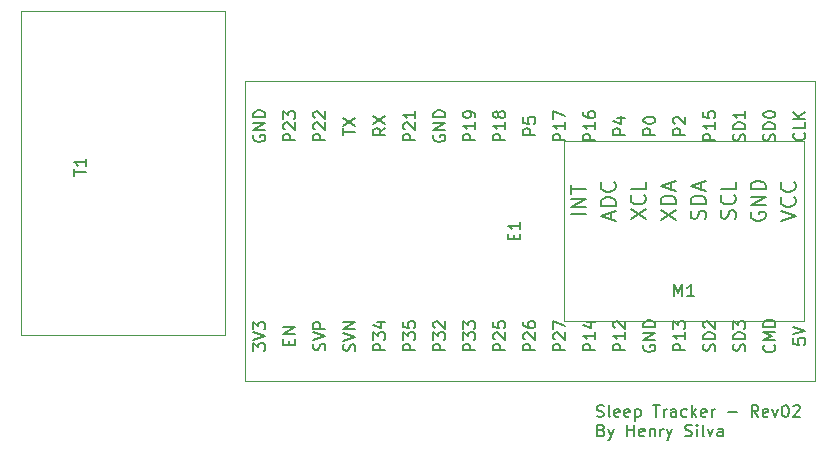
<source format=gbr>
G04 #@! TF.GenerationSoftware,KiCad,Pcbnew,(5.1.0)-1*
G04 #@! TF.CreationDate,2019-04-18T21:07:37-07:00*
G04 #@! TF.ProjectId,PCBv2,50434276-322e-46b6-9963-61645f706362,rev?*
G04 #@! TF.SameCoordinates,Original*
G04 #@! TF.FileFunction,Legend,Top*
G04 #@! TF.FilePolarity,Positive*
%FSLAX46Y46*%
G04 Gerber Fmt 4.6, Leading zero omitted, Abs format (unit mm)*
G04 Created by KiCad (PCBNEW (5.1.0)-1) date 2019-04-18 21:07:37*
%MOMM*%
%LPD*%
G04 APERTURE LIST*
%ADD10C,0.150000*%
%ADD11C,0.120000*%
G04 APERTURE END LIST*
D10*
X125287976Y-95079761D02*
X125430833Y-95127380D01*
X125668928Y-95127380D01*
X125764166Y-95079761D01*
X125811785Y-95032142D01*
X125859404Y-94936904D01*
X125859404Y-94841666D01*
X125811785Y-94746428D01*
X125764166Y-94698809D01*
X125668928Y-94651190D01*
X125478452Y-94603571D01*
X125383214Y-94555952D01*
X125335595Y-94508333D01*
X125287976Y-94413095D01*
X125287976Y-94317857D01*
X125335595Y-94222619D01*
X125383214Y-94175000D01*
X125478452Y-94127380D01*
X125716547Y-94127380D01*
X125859404Y-94175000D01*
X126430833Y-95127380D02*
X126335595Y-95079761D01*
X126287976Y-94984523D01*
X126287976Y-94127380D01*
X127192738Y-95079761D02*
X127097500Y-95127380D01*
X126907023Y-95127380D01*
X126811785Y-95079761D01*
X126764166Y-94984523D01*
X126764166Y-94603571D01*
X126811785Y-94508333D01*
X126907023Y-94460714D01*
X127097500Y-94460714D01*
X127192738Y-94508333D01*
X127240357Y-94603571D01*
X127240357Y-94698809D01*
X126764166Y-94794047D01*
X128049880Y-95079761D02*
X127954642Y-95127380D01*
X127764166Y-95127380D01*
X127668928Y-95079761D01*
X127621309Y-94984523D01*
X127621309Y-94603571D01*
X127668928Y-94508333D01*
X127764166Y-94460714D01*
X127954642Y-94460714D01*
X128049880Y-94508333D01*
X128097500Y-94603571D01*
X128097500Y-94698809D01*
X127621309Y-94794047D01*
X128526071Y-94460714D02*
X128526071Y-95460714D01*
X128526071Y-94508333D02*
X128621309Y-94460714D01*
X128811785Y-94460714D01*
X128907023Y-94508333D01*
X128954642Y-94555952D01*
X129002261Y-94651190D01*
X129002261Y-94936904D01*
X128954642Y-95032142D01*
X128907023Y-95079761D01*
X128811785Y-95127380D01*
X128621309Y-95127380D01*
X128526071Y-95079761D01*
X130049880Y-94127380D02*
X130621309Y-94127380D01*
X130335595Y-95127380D02*
X130335595Y-94127380D01*
X130954642Y-95127380D02*
X130954642Y-94460714D01*
X130954642Y-94651190D02*
X131002261Y-94555952D01*
X131049880Y-94508333D01*
X131145119Y-94460714D01*
X131240357Y-94460714D01*
X132002261Y-95127380D02*
X132002261Y-94603571D01*
X131954642Y-94508333D01*
X131859404Y-94460714D01*
X131668928Y-94460714D01*
X131573690Y-94508333D01*
X132002261Y-95079761D02*
X131907023Y-95127380D01*
X131668928Y-95127380D01*
X131573690Y-95079761D01*
X131526071Y-94984523D01*
X131526071Y-94889285D01*
X131573690Y-94794047D01*
X131668928Y-94746428D01*
X131907023Y-94746428D01*
X132002261Y-94698809D01*
X132907023Y-95079761D02*
X132811785Y-95127380D01*
X132621309Y-95127380D01*
X132526071Y-95079761D01*
X132478452Y-95032142D01*
X132430833Y-94936904D01*
X132430833Y-94651190D01*
X132478452Y-94555952D01*
X132526071Y-94508333D01*
X132621309Y-94460714D01*
X132811785Y-94460714D01*
X132907023Y-94508333D01*
X133335595Y-95127380D02*
X133335595Y-94127380D01*
X133430833Y-94746428D02*
X133716547Y-95127380D01*
X133716547Y-94460714D02*
X133335595Y-94841666D01*
X134526071Y-95079761D02*
X134430833Y-95127380D01*
X134240357Y-95127380D01*
X134145119Y-95079761D01*
X134097500Y-94984523D01*
X134097500Y-94603571D01*
X134145119Y-94508333D01*
X134240357Y-94460714D01*
X134430833Y-94460714D01*
X134526071Y-94508333D01*
X134573690Y-94603571D01*
X134573690Y-94698809D01*
X134097500Y-94794047D01*
X135002261Y-95127380D02*
X135002261Y-94460714D01*
X135002261Y-94651190D02*
X135049880Y-94555952D01*
X135097500Y-94508333D01*
X135192738Y-94460714D01*
X135287976Y-94460714D01*
X136383214Y-94746428D02*
X137145119Y-94746428D01*
X138954642Y-95127380D02*
X138621309Y-94651190D01*
X138383214Y-95127380D02*
X138383214Y-94127380D01*
X138764166Y-94127380D01*
X138859404Y-94175000D01*
X138907023Y-94222619D01*
X138954642Y-94317857D01*
X138954642Y-94460714D01*
X138907023Y-94555952D01*
X138859404Y-94603571D01*
X138764166Y-94651190D01*
X138383214Y-94651190D01*
X139764166Y-95079761D02*
X139668928Y-95127380D01*
X139478452Y-95127380D01*
X139383214Y-95079761D01*
X139335595Y-94984523D01*
X139335595Y-94603571D01*
X139383214Y-94508333D01*
X139478452Y-94460714D01*
X139668928Y-94460714D01*
X139764166Y-94508333D01*
X139811785Y-94603571D01*
X139811785Y-94698809D01*
X139335595Y-94794047D01*
X140145119Y-94460714D02*
X140383214Y-95127380D01*
X140621309Y-94460714D01*
X141192738Y-94127380D02*
X141287976Y-94127380D01*
X141383214Y-94175000D01*
X141430833Y-94222619D01*
X141478452Y-94317857D01*
X141526071Y-94508333D01*
X141526071Y-94746428D01*
X141478452Y-94936904D01*
X141430833Y-95032142D01*
X141383214Y-95079761D01*
X141287976Y-95127380D01*
X141192738Y-95127380D01*
X141097500Y-95079761D01*
X141049880Y-95032142D01*
X141002261Y-94936904D01*
X140954642Y-94746428D01*
X140954642Y-94508333D01*
X141002261Y-94317857D01*
X141049880Y-94222619D01*
X141097500Y-94175000D01*
X141192738Y-94127380D01*
X141907023Y-94222619D02*
X141954642Y-94175000D01*
X142049880Y-94127380D01*
X142287976Y-94127380D01*
X142383214Y-94175000D01*
X142430833Y-94222619D01*
X142478452Y-94317857D01*
X142478452Y-94413095D01*
X142430833Y-94555952D01*
X141859404Y-95127380D01*
X142478452Y-95127380D01*
X125668928Y-96253571D02*
X125811785Y-96301190D01*
X125859404Y-96348809D01*
X125907023Y-96444047D01*
X125907023Y-96586904D01*
X125859404Y-96682142D01*
X125811785Y-96729761D01*
X125716547Y-96777380D01*
X125335595Y-96777380D01*
X125335595Y-95777380D01*
X125668928Y-95777380D01*
X125764166Y-95825000D01*
X125811785Y-95872619D01*
X125859404Y-95967857D01*
X125859404Y-96063095D01*
X125811785Y-96158333D01*
X125764166Y-96205952D01*
X125668928Y-96253571D01*
X125335595Y-96253571D01*
X126240357Y-96110714D02*
X126478452Y-96777380D01*
X126716547Y-96110714D02*
X126478452Y-96777380D01*
X126383214Y-97015476D01*
X126335595Y-97063095D01*
X126240357Y-97110714D01*
X127859404Y-96777380D02*
X127859404Y-95777380D01*
X127859404Y-96253571D02*
X128430833Y-96253571D01*
X128430833Y-96777380D02*
X128430833Y-95777380D01*
X129287976Y-96729761D02*
X129192738Y-96777380D01*
X129002261Y-96777380D01*
X128907023Y-96729761D01*
X128859404Y-96634523D01*
X128859404Y-96253571D01*
X128907023Y-96158333D01*
X129002261Y-96110714D01*
X129192738Y-96110714D01*
X129287976Y-96158333D01*
X129335595Y-96253571D01*
X129335595Y-96348809D01*
X128859404Y-96444047D01*
X129764166Y-96110714D02*
X129764166Y-96777380D01*
X129764166Y-96205952D02*
X129811785Y-96158333D01*
X129907023Y-96110714D01*
X130049880Y-96110714D01*
X130145119Y-96158333D01*
X130192738Y-96253571D01*
X130192738Y-96777380D01*
X130668928Y-96777380D02*
X130668928Y-96110714D01*
X130668928Y-96301190D02*
X130716547Y-96205952D01*
X130764166Y-96158333D01*
X130859404Y-96110714D01*
X130954642Y-96110714D01*
X131192738Y-96110714D02*
X131430833Y-96777380D01*
X131668928Y-96110714D02*
X131430833Y-96777380D01*
X131335595Y-97015476D01*
X131287976Y-97063095D01*
X131192738Y-97110714D01*
X132764166Y-96729761D02*
X132907023Y-96777380D01*
X133145119Y-96777380D01*
X133240357Y-96729761D01*
X133287976Y-96682142D01*
X133335595Y-96586904D01*
X133335595Y-96491666D01*
X133287976Y-96396428D01*
X133240357Y-96348809D01*
X133145119Y-96301190D01*
X132954642Y-96253571D01*
X132859404Y-96205952D01*
X132811785Y-96158333D01*
X132764166Y-96063095D01*
X132764166Y-95967857D01*
X132811785Y-95872619D01*
X132859404Y-95825000D01*
X132954642Y-95777380D01*
X133192738Y-95777380D01*
X133335595Y-95825000D01*
X133764166Y-96777380D02*
X133764166Y-96110714D01*
X133764166Y-95777380D02*
X133716547Y-95825000D01*
X133764166Y-95872619D01*
X133811785Y-95825000D01*
X133764166Y-95777380D01*
X133764166Y-95872619D01*
X134383214Y-96777380D02*
X134287976Y-96729761D01*
X134240357Y-96634523D01*
X134240357Y-95777380D01*
X134668928Y-96110714D02*
X134907023Y-96777380D01*
X135145119Y-96110714D01*
X135954642Y-96777380D02*
X135954642Y-96253571D01*
X135907023Y-96158333D01*
X135811785Y-96110714D01*
X135621309Y-96110714D01*
X135526071Y-96158333D01*
X135954642Y-96729761D02*
X135859404Y-96777380D01*
X135621309Y-96777380D01*
X135526071Y-96729761D01*
X135478452Y-96634523D01*
X135478452Y-96539285D01*
X135526071Y-96444047D01*
X135621309Y-96396428D01*
X135859404Y-96396428D01*
X135954642Y-96348809D01*
D11*
X143750000Y-92100000D02*
X143750000Y-66700000D01*
X143750000Y-66700000D02*
X95490000Y-66700000D01*
X95490000Y-66700000D02*
X95490000Y-92100000D01*
X95490000Y-92100000D02*
X143750000Y-92100000D01*
X122500000Y-71760000D02*
X122500000Y-87000000D01*
X142820000Y-71760000D02*
X122500000Y-71760000D01*
X142820000Y-87000000D02*
X142820000Y-71760000D01*
X122500000Y-87000000D02*
X142820000Y-87000000D01*
X93772000Y-60750000D02*
X76500000Y-60750000D01*
X93772000Y-88182000D02*
X93772000Y-60750000D01*
X76500000Y-88182000D02*
X93772000Y-88182000D01*
X76500000Y-60750000D02*
X76500000Y-88182000D01*
D10*
X118278571Y-80090476D02*
X118278571Y-79757142D01*
X118802380Y-79614285D02*
X118802380Y-80090476D01*
X117802380Y-80090476D01*
X117802380Y-79614285D01*
X118802380Y-78661904D02*
X118802380Y-79233333D01*
X118802380Y-78947619D02*
X117802380Y-78947619D01*
X117945238Y-79042857D01*
X118040476Y-79138095D01*
X118088095Y-79233333D01*
X96212380Y-89528095D02*
X96212380Y-88909047D01*
X96593333Y-89242380D01*
X96593333Y-89099523D01*
X96640952Y-89004285D01*
X96688571Y-88956666D01*
X96783809Y-88909047D01*
X97021904Y-88909047D01*
X97117142Y-88956666D01*
X97164761Y-89004285D01*
X97212380Y-89099523D01*
X97212380Y-89385238D01*
X97164761Y-89480476D01*
X97117142Y-89528095D01*
X96212380Y-88623333D02*
X97212380Y-88290000D01*
X96212380Y-87956666D01*
X96212380Y-87718571D02*
X96212380Y-87099523D01*
X96593333Y-87432857D01*
X96593333Y-87290000D01*
X96640952Y-87194761D01*
X96688571Y-87147142D01*
X96783809Y-87099523D01*
X97021904Y-87099523D01*
X97117142Y-87147142D01*
X97164761Y-87194761D01*
X97212380Y-87290000D01*
X97212380Y-87575714D01*
X97164761Y-87670952D01*
X97117142Y-87718571D01*
X99228571Y-89028095D02*
X99228571Y-88694761D01*
X99752380Y-88551904D02*
X99752380Y-89028095D01*
X98752380Y-89028095D01*
X98752380Y-88551904D01*
X99752380Y-88123333D02*
X98752380Y-88123333D01*
X99752380Y-87551904D01*
X98752380Y-87551904D01*
X102244761Y-89504285D02*
X102292380Y-89361428D01*
X102292380Y-89123333D01*
X102244761Y-89028095D01*
X102197142Y-88980476D01*
X102101904Y-88932857D01*
X102006666Y-88932857D01*
X101911428Y-88980476D01*
X101863809Y-89028095D01*
X101816190Y-89123333D01*
X101768571Y-89313809D01*
X101720952Y-89409047D01*
X101673333Y-89456666D01*
X101578095Y-89504285D01*
X101482857Y-89504285D01*
X101387619Y-89456666D01*
X101340000Y-89409047D01*
X101292380Y-89313809D01*
X101292380Y-89075714D01*
X101340000Y-88932857D01*
X101292380Y-88647142D02*
X102292380Y-88313809D01*
X101292380Y-87980476D01*
X102292380Y-87647142D02*
X101292380Y-87647142D01*
X101292380Y-87266190D01*
X101340000Y-87170952D01*
X101387619Y-87123333D01*
X101482857Y-87075714D01*
X101625714Y-87075714D01*
X101720952Y-87123333D01*
X101768571Y-87170952D01*
X101816190Y-87266190D01*
X101816190Y-87647142D01*
X104784761Y-89528095D02*
X104832380Y-89385238D01*
X104832380Y-89147142D01*
X104784761Y-89051904D01*
X104737142Y-89004285D01*
X104641904Y-88956666D01*
X104546666Y-88956666D01*
X104451428Y-89004285D01*
X104403809Y-89051904D01*
X104356190Y-89147142D01*
X104308571Y-89337619D01*
X104260952Y-89432857D01*
X104213333Y-89480476D01*
X104118095Y-89528095D01*
X104022857Y-89528095D01*
X103927619Y-89480476D01*
X103880000Y-89432857D01*
X103832380Y-89337619D01*
X103832380Y-89099523D01*
X103880000Y-88956666D01*
X103832380Y-88670952D02*
X104832380Y-88337619D01*
X103832380Y-88004285D01*
X104832380Y-87670952D02*
X103832380Y-87670952D01*
X104832380Y-87099523D01*
X103832380Y-87099523D01*
X107372380Y-89504285D02*
X106372380Y-89504285D01*
X106372380Y-89123333D01*
X106420000Y-89028095D01*
X106467619Y-88980476D01*
X106562857Y-88932857D01*
X106705714Y-88932857D01*
X106800952Y-88980476D01*
X106848571Y-89028095D01*
X106896190Y-89123333D01*
X106896190Y-89504285D01*
X106372380Y-88599523D02*
X106372380Y-87980476D01*
X106753333Y-88313809D01*
X106753333Y-88170952D01*
X106800952Y-88075714D01*
X106848571Y-88028095D01*
X106943809Y-87980476D01*
X107181904Y-87980476D01*
X107277142Y-88028095D01*
X107324761Y-88075714D01*
X107372380Y-88170952D01*
X107372380Y-88456666D01*
X107324761Y-88551904D01*
X107277142Y-88599523D01*
X106705714Y-87123333D02*
X107372380Y-87123333D01*
X106324761Y-87361428D02*
X107039047Y-87599523D01*
X107039047Y-86980476D01*
X109912380Y-89504285D02*
X108912380Y-89504285D01*
X108912380Y-89123333D01*
X108960000Y-89028095D01*
X109007619Y-88980476D01*
X109102857Y-88932857D01*
X109245714Y-88932857D01*
X109340952Y-88980476D01*
X109388571Y-89028095D01*
X109436190Y-89123333D01*
X109436190Y-89504285D01*
X108912380Y-88599523D02*
X108912380Y-87980476D01*
X109293333Y-88313809D01*
X109293333Y-88170952D01*
X109340952Y-88075714D01*
X109388571Y-88028095D01*
X109483809Y-87980476D01*
X109721904Y-87980476D01*
X109817142Y-88028095D01*
X109864761Y-88075714D01*
X109912380Y-88170952D01*
X109912380Y-88456666D01*
X109864761Y-88551904D01*
X109817142Y-88599523D01*
X108912380Y-87075714D02*
X108912380Y-87551904D01*
X109388571Y-87599523D01*
X109340952Y-87551904D01*
X109293333Y-87456666D01*
X109293333Y-87218571D01*
X109340952Y-87123333D01*
X109388571Y-87075714D01*
X109483809Y-87028095D01*
X109721904Y-87028095D01*
X109817142Y-87075714D01*
X109864761Y-87123333D01*
X109912380Y-87218571D01*
X109912380Y-87456666D01*
X109864761Y-87551904D01*
X109817142Y-87599523D01*
X112452380Y-89504285D02*
X111452380Y-89504285D01*
X111452380Y-89123333D01*
X111500000Y-89028095D01*
X111547619Y-88980476D01*
X111642857Y-88932857D01*
X111785714Y-88932857D01*
X111880952Y-88980476D01*
X111928571Y-89028095D01*
X111976190Y-89123333D01*
X111976190Y-89504285D01*
X111452380Y-88599523D02*
X111452380Y-87980476D01*
X111833333Y-88313809D01*
X111833333Y-88170952D01*
X111880952Y-88075714D01*
X111928571Y-88028095D01*
X112023809Y-87980476D01*
X112261904Y-87980476D01*
X112357142Y-88028095D01*
X112404761Y-88075714D01*
X112452380Y-88170952D01*
X112452380Y-88456666D01*
X112404761Y-88551904D01*
X112357142Y-88599523D01*
X111547619Y-87599523D02*
X111500000Y-87551904D01*
X111452380Y-87456666D01*
X111452380Y-87218571D01*
X111500000Y-87123333D01*
X111547619Y-87075714D01*
X111642857Y-87028095D01*
X111738095Y-87028095D01*
X111880952Y-87075714D01*
X112452380Y-87647142D01*
X112452380Y-87028095D01*
X114992380Y-89504285D02*
X113992380Y-89504285D01*
X113992380Y-89123333D01*
X114040000Y-89028095D01*
X114087619Y-88980476D01*
X114182857Y-88932857D01*
X114325714Y-88932857D01*
X114420952Y-88980476D01*
X114468571Y-89028095D01*
X114516190Y-89123333D01*
X114516190Y-89504285D01*
X113992380Y-88599523D02*
X113992380Y-87980476D01*
X114373333Y-88313809D01*
X114373333Y-88170952D01*
X114420952Y-88075714D01*
X114468571Y-88028095D01*
X114563809Y-87980476D01*
X114801904Y-87980476D01*
X114897142Y-88028095D01*
X114944761Y-88075714D01*
X114992380Y-88170952D01*
X114992380Y-88456666D01*
X114944761Y-88551904D01*
X114897142Y-88599523D01*
X113992380Y-87647142D02*
X113992380Y-87028095D01*
X114373333Y-87361428D01*
X114373333Y-87218571D01*
X114420952Y-87123333D01*
X114468571Y-87075714D01*
X114563809Y-87028095D01*
X114801904Y-87028095D01*
X114897142Y-87075714D01*
X114944761Y-87123333D01*
X114992380Y-87218571D01*
X114992380Y-87504285D01*
X114944761Y-87599523D01*
X114897142Y-87647142D01*
X117532380Y-89504285D02*
X116532380Y-89504285D01*
X116532380Y-89123333D01*
X116580000Y-89028095D01*
X116627619Y-88980476D01*
X116722857Y-88932857D01*
X116865714Y-88932857D01*
X116960952Y-88980476D01*
X117008571Y-89028095D01*
X117056190Y-89123333D01*
X117056190Y-89504285D01*
X116627619Y-88551904D02*
X116580000Y-88504285D01*
X116532380Y-88409047D01*
X116532380Y-88170952D01*
X116580000Y-88075714D01*
X116627619Y-88028095D01*
X116722857Y-87980476D01*
X116818095Y-87980476D01*
X116960952Y-88028095D01*
X117532380Y-88599523D01*
X117532380Y-87980476D01*
X116532380Y-87075714D02*
X116532380Y-87551904D01*
X117008571Y-87599523D01*
X116960952Y-87551904D01*
X116913333Y-87456666D01*
X116913333Y-87218571D01*
X116960952Y-87123333D01*
X117008571Y-87075714D01*
X117103809Y-87028095D01*
X117341904Y-87028095D01*
X117437142Y-87075714D01*
X117484761Y-87123333D01*
X117532380Y-87218571D01*
X117532380Y-87456666D01*
X117484761Y-87551904D01*
X117437142Y-87599523D01*
X120072380Y-89504285D02*
X119072380Y-89504285D01*
X119072380Y-89123333D01*
X119120000Y-89028095D01*
X119167619Y-88980476D01*
X119262857Y-88932857D01*
X119405714Y-88932857D01*
X119500952Y-88980476D01*
X119548571Y-89028095D01*
X119596190Y-89123333D01*
X119596190Y-89504285D01*
X119167619Y-88551904D02*
X119120000Y-88504285D01*
X119072380Y-88409047D01*
X119072380Y-88170952D01*
X119120000Y-88075714D01*
X119167619Y-88028095D01*
X119262857Y-87980476D01*
X119358095Y-87980476D01*
X119500952Y-88028095D01*
X120072380Y-88599523D01*
X120072380Y-87980476D01*
X119072380Y-87123333D02*
X119072380Y-87313809D01*
X119120000Y-87409047D01*
X119167619Y-87456666D01*
X119310476Y-87551904D01*
X119500952Y-87599523D01*
X119881904Y-87599523D01*
X119977142Y-87551904D01*
X120024761Y-87504285D01*
X120072380Y-87409047D01*
X120072380Y-87218571D01*
X120024761Y-87123333D01*
X119977142Y-87075714D01*
X119881904Y-87028095D01*
X119643809Y-87028095D01*
X119548571Y-87075714D01*
X119500952Y-87123333D01*
X119453333Y-87218571D01*
X119453333Y-87409047D01*
X119500952Y-87504285D01*
X119548571Y-87551904D01*
X119643809Y-87599523D01*
X122612380Y-89504285D02*
X121612380Y-89504285D01*
X121612380Y-89123333D01*
X121660000Y-89028095D01*
X121707619Y-88980476D01*
X121802857Y-88932857D01*
X121945714Y-88932857D01*
X122040952Y-88980476D01*
X122088571Y-89028095D01*
X122136190Y-89123333D01*
X122136190Y-89504285D01*
X121707619Y-88551904D02*
X121660000Y-88504285D01*
X121612380Y-88409047D01*
X121612380Y-88170952D01*
X121660000Y-88075714D01*
X121707619Y-88028095D01*
X121802857Y-87980476D01*
X121898095Y-87980476D01*
X122040952Y-88028095D01*
X122612380Y-88599523D01*
X122612380Y-87980476D01*
X121612380Y-87647142D02*
X121612380Y-86980476D01*
X122612380Y-87409047D01*
X125152380Y-89504285D02*
X124152380Y-89504285D01*
X124152380Y-89123333D01*
X124200000Y-89028095D01*
X124247619Y-88980476D01*
X124342857Y-88932857D01*
X124485714Y-88932857D01*
X124580952Y-88980476D01*
X124628571Y-89028095D01*
X124676190Y-89123333D01*
X124676190Y-89504285D01*
X125152380Y-87980476D02*
X125152380Y-88551904D01*
X125152380Y-88266190D02*
X124152380Y-88266190D01*
X124295238Y-88361428D01*
X124390476Y-88456666D01*
X124438095Y-88551904D01*
X124485714Y-87123333D02*
X125152380Y-87123333D01*
X124104761Y-87361428D02*
X124819047Y-87599523D01*
X124819047Y-86980476D01*
X127692380Y-89504285D02*
X126692380Y-89504285D01*
X126692380Y-89123333D01*
X126740000Y-89028095D01*
X126787619Y-88980476D01*
X126882857Y-88932857D01*
X127025714Y-88932857D01*
X127120952Y-88980476D01*
X127168571Y-89028095D01*
X127216190Y-89123333D01*
X127216190Y-89504285D01*
X127692380Y-87980476D02*
X127692380Y-88551904D01*
X127692380Y-88266190D02*
X126692380Y-88266190D01*
X126835238Y-88361428D01*
X126930476Y-88456666D01*
X126978095Y-88551904D01*
X126787619Y-87599523D02*
X126740000Y-87551904D01*
X126692380Y-87456666D01*
X126692380Y-87218571D01*
X126740000Y-87123333D01*
X126787619Y-87075714D01*
X126882857Y-87028095D01*
X126978095Y-87028095D01*
X127120952Y-87075714D01*
X127692380Y-87647142D01*
X127692380Y-87028095D01*
X129280000Y-89051904D02*
X129232380Y-89147142D01*
X129232380Y-89290000D01*
X129280000Y-89432857D01*
X129375238Y-89528095D01*
X129470476Y-89575714D01*
X129660952Y-89623333D01*
X129803809Y-89623333D01*
X129994285Y-89575714D01*
X130089523Y-89528095D01*
X130184761Y-89432857D01*
X130232380Y-89290000D01*
X130232380Y-89194761D01*
X130184761Y-89051904D01*
X130137142Y-89004285D01*
X129803809Y-89004285D01*
X129803809Y-89194761D01*
X130232380Y-88575714D02*
X129232380Y-88575714D01*
X130232380Y-88004285D01*
X129232380Y-88004285D01*
X130232380Y-87528095D02*
X129232380Y-87528095D01*
X129232380Y-87290000D01*
X129280000Y-87147142D01*
X129375238Y-87051904D01*
X129470476Y-87004285D01*
X129660952Y-86956666D01*
X129803809Y-86956666D01*
X129994285Y-87004285D01*
X130089523Y-87051904D01*
X130184761Y-87147142D01*
X130232380Y-87290000D01*
X130232380Y-87528095D01*
X132772380Y-89504285D02*
X131772380Y-89504285D01*
X131772380Y-89123333D01*
X131820000Y-89028095D01*
X131867619Y-88980476D01*
X131962857Y-88932857D01*
X132105714Y-88932857D01*
X132200952Y-88980476D01*
X132248571Y-89028095D01*
X132296190Y-89123333D01*
X132296190Y-89504285D01*
X132772380Y-87980476D02*
X132772380Y-88551904D01*
X132772380Y-88266190D02*
X131772380Y-88266190D01*
X131915238Y-88361428D01*
X132010476Y-88456666D01*
X132058095Y-88551904D01*
X131772380Y-87647142D02*
X131772380Y-87028095D01*
X132153333Y-87361428D01*
X132153333Y-87218571D01*
X132200952Y-87123333D01*
X132248571Y-87075714D01*
X132343809Y-87028095D01*
X132581904Y-87028095D01*
X132677142Y-87075714D01*
X132724761Y-87123333D01*
X132772380Y-87218571D01*
X132772380Y-87504285D01*
X132724761Y-87599523D01*
X132677142Y-87647142D01*
X135264761Y-89551904D02*
X135312380Y-89409047D01*
X135312380Y-89170952D01*
X135264761Y-89075714D01*
X135217142Y-89028095D01*
X135121904Y-88980476D01*
X135026666Y-88980476D01*
X134931428Y-89028095D01*
X134883809Y-89075714D01*
X134836190Y-89170952D01*
X134788571Y-89361428D01*
X134740952Y-89456666D01*
X134693333Y-89504285D01*
X134598095Y-89551904D01*
X134502857Y-89551904D01*
X134407619Y-89504285D01*
X134360000Y-89456666D01*
X134312380Y-89361428D01*
X134312380Y-89123333D01*
X134360000Y-88980476D01*
X135312380Y-88551904D02*
X134312380Y-88551904D01*
X134312380Y-88313809D01*
X134360000Y-88170952D01*
X134455238Y-88075714D01*
X134550476Y-88028095D01*
X134740952Y-87980476D01*
X134883809Y-87980476D01*
X135074285Y-88028095D01*
X135169523Y-88075714D01*
X135264761Y-88170952D01*
X135312380Y-88313809D01*
X135312380Y-88551904D01*
X134407619Y-87599523D02*
X134360000Y-87551904D01*
X134312380Y-87456666D01*
X134312380Y-87218571D01*
X134360000Y-87123333D01*
X134407619Y-87075714D01*
X134502857Y-87028095D01*
X134598095Y-87028095D01*
X134740952Y-87075714D01*
X135312380Y-87647142D01*
X135312380Y-87028095D01*
X137804761Y-89551904D02*
X137852380Y-89409047D01*
X137852380Y-89170952D01*
X137804761Y-89075714D01*
X137757142Y-89028095D01*
X137661904Y-88980476D01*
X137566666Y-88980476D01*
X137471428Y-89028095D01*
X137423809Y-89075714D01*
X137376190Y-89170952D01*
X137328571Y-89361428D01*
X137280952Y-89456666D01*
X137233333Y-89504285D01*
X137138095Y-89551904D01*
X137042857Y-89551904D01*
X136947619Y-89504285D01*
X136900000Y-89456666D01*
X136852380Y-89361428D01*
X136852380Y-89123333D01*
X136900000Y-88980476D01*
X137852380Y-88551904D02*
X136852380Y-88551904D01*
X136852380Y-88313809D01*
X136900000Y-88170952D01*
X136995238Y-88075714D01*
X137090476Y-88028095D01*
X137280952Y-87980476D01*
X137423809Y-87980476D01*
X137614285Y-88028095D01*
X137709523Y-88075714D01*
X137804761Y-88170952D01*
X137852380Y-88313809D01*
X137852380Y-88551904D01*
X136852380Y-87647142D02*
X136852380Y-87028095D01*
X137233333Y-87361428D01*
X137233333Y-87218571D01*
X137280952Y-87123333D01*
X137328571Y-87075714D01*
X137423809Y-87028095D01*
X137661904Y-87028095D01*
X137757142Y-87075714D01*
X137804761Y-87123333D01*
X137852380Y-87218571D01*
X137852380Y-87504285D01*
X137804761Y-87599523D01*
X137757142Y-87647142D01*
X140297142Y-89051904D02*
X140344761Y-89099523D01*
X140392380Y-89242380D01*
X140392380Y-89337619D01*
X140344761Y-89480476D01*
X140249523Y-89575714D01*
X140154285Y-89623333D01*
X139963809Y-89670952D01*
X139820952Y-89670952D01*
X139630476Y-89623333D01*
X139535238Y-89575714D01*
X139440000Y-89480476D01*
X139392380Y-89337619D01*
X139392380Y-89242380D01*
X139440000Y-89099523D01*
X139487619Y-89051904D01*
X140392380Y-88623333D02*
X139392380Y-88623333D01*
X140106666Y-88290000D01*
X139392380Y-87956666D01*
X140392380Y-87956666D01*
X140392380Y-87480476D02*
X139392380Y-87480476D01*
X139392380Y-87242380D01*
X139440000Y-87099523D01*
X139535238Y-87004285D01*
X139630476Y-86956666D01*
X139820952Y-86909047D01*
X139963809Y-86909047D01*
X140154285Y-86956666D01*
X140249523Y-87004285D01*
X140344761Y-87099523D01*
X140392380Y-87242380D01*
X140392380Y-87480476D01*
X141932380Y-88480476D02*
X141932380Y-88956666D01*
X142408571Y-89004285D01*
X142360952Y-88956666D01*
X142313333Y-88861428D01*
X142313333Y-88623333D01*
X142360952Y-88528095D01*
X142408571Y-88480476D01*
X142503809Y-88432857D01*
X142741904Y-88432857D01*
X142837142Y-88480476D01*
X142884761Y-88528095D01*
X142932380Y-88623333D01*
X142932380Y-88861428D01*
X142884761Y-88956666D01*
X142837142Y-89004285D01*
X141932380Y-88147142D02*
X142932380Y-87813809D01*
X141932380Y-87480476D01*
X142837142Y-71105238D02*
X142884761Y-71152857D01*
X142932380Y-71295714D01*
X142932380Y-71390952D01*
X142884761Y-71533809D01*
X142789523Y-71629047D01*
X142694285Y-71676666D01*
X142503809Y-71724285D01*
X142360952Y-71724285D01*
X142170476Y-71676666D01*
X142075238Y-71629047D01*
X141980000Y-71533809D01*
X141932380Y-71390952D01*
X141932380Y-71295714D01*
X141980000Y-71152857D01*
X142027619Y-71105238D01*
X142932380Y-70200476D02*
X142932380Y-70676666D01*
X141932380Y-70676666D01*
X142932380Y-69867142D02*
X141932380Y-69867142D01*
X142932380Y-69295714D02*
X142360952Y-69724285D01*
X141932380Y-69295714D02*
X142503809Y-69867142D01*
X140344761Y-71771904D02*
X140392380Y-71629047D01*
X140392380Y-71390952D01*
X140344761Y-71295714D01*
X140297142Y-71248095D01*
X140201904Y-71200476D01*
X140106666Y-71200476D01*
X140011428Y-71248095D01*
X139963809Y-71295714D01*
X139916190Y-71390952D01*
X139868571Y-71581428D01*
X139820952Y-71676666D01*
X139773333Y-71724285D01*
X139678095Y-71771904D01*
X139582857Y-71771904D01*
X139487619Y-71724285D01*
X139440000Y-71676666D01*
X139392380Y-71581428D01*
X139392380Y-71343333D01*
X139440000Y-71200476D01*
X140392380Y-70771904D02*
X139392380Y-70771904D01*
X139392380Y-70533809D01*
X139440000Y-70390952D01*
X139535238Y-70295714D01*
X139630476Y-70248095D01*
X139820952Y-70200476D01*
X139963809Y-70200476D01*
X140154285Y-70248095D01*
X140249523Y-70295714D01*
X140344761Y-70390952D01*
X140392380Y-70533809D01*
X140392380Y-70771904D01*
X139392380Y-69581428D02*
X139392380Y-69486190D01*
X139440000Y-69390952D01*
X139487619Y-69343333D01*
X139582857Y-69295714D01*
X139773333Y-69248095D01*
X140011428Y-69248095D01*
X140201904Y-69295714D01*
X140297142Y-69343333D01*
X140344761Y-69390952D01*
X140392380Y-69486190D01*
X140392380Y-69581428D01*
X140344761Y-69676666D01*
X140297142Y-69724285D01*
X140201904Y-69771904D01*
X140011428Y-69819523D01*
X139773333Y-69819523D01*
X139582857Y-69771904D01*
X139487619Y-69724285D01*
X139440000Y-69676666D01*
X139392380Y-69581428D01*
X137804761Y-71771904D02*
X137852380Y-71629047D01*
X137852380Y-71390952D01*
X137804761Y-71295714D01*
X137757142Y-71248095D01*
X137661904Y-71200476D01*
X137566666Y-71200476D01*
X137471428Y-71248095D01*
X137423809Y-71295714D01*
X137376190Y-71390952D01*
X137328571Y-71581428D01*
X137280952Y-71676666D01*
X137233333Y-71724285D01*
X137138095Y-71771904D01*
X137042857Y-71771904D01*
X136947619Y-71724285D01*
X136900000Y-71676666D01*
X136852380Y-71581428D01*
X136852380Y-71343333D01*
X136900000Y-71200476D01*
X137852380Y-70771904D02*
X136852380Y-70771904D01*
X136852380Y-70533809D01*
X136900000Y-70390952D01*
X136995238Y-70295714D01*
X137090476Y-70248095D01*
X137280952Y-70200476D01*
X137423809Y-70200476D01*
X137614285Y-70248095D01*
X137709523Y-70295714D01*
X137804761Y-70390952D01*
X137852380Y-70533809D01*
X137852380Y-70771904D01*
X137852380Y-69248095D02*
X137852380Y-69819523D01*
X137852380Y-69533809D02*
X136852380Y-69533809D01*
X136995238Y-69629047D01*
X137090476Y-69724285D01*
X137138095Y-69819523D01*
X135312380Y-71724285D02*
X134312380Y-71724285D01*
X134312380Y-71343333D01*
X134360000Y-71248095D01*
X134407619Y-71200476D01*
X134502857Y-71152857D01*
X134645714Y-71152857D01*
X134740952Y-71200476D01*
X134788571Y-71248095D01*
X134836190Y-71343333D01*
X134836190Y-71724285D01*
X135312380Y-70200476D02*
X135312380Y-70771904D01*
X135312380Y-70486190D02*
X134312380Y-70486190D01*
X134455238Y-70581428D01*
X134550476Y-70676666D01*
X134598095Y-70771904D01*
X134312380Y-69295714D02*
X134312380Y-69771904D01*
X134788571Y-69819523D01*
X134740952Y-69771904D01*
X134693333Y-69676666D01*
X134693333Y-69438571D01*
X134740952Y-69343333D01*
X134788571Y-69295714D01*
X134883809Y-69248095D01*
X135121904Y-69248095D01*
X135217142Y-69295714D01*
X135264761Y-69343333D01*
X135312380Y-69438571D01*
X135312380Y-69676666D01*
X135264761Y-69771904D01*
X135217142Y-69819523D01*
X132772380Y-71248095D02*
X131772380Y-71248095D01*
X131772380Y-70867142D01*
X131820000Y-70771904D01*
X131867619Y-70724285D01*
X131962857Y-70676666D01*
X132105714Y-70676666D01*
X132200952Y-70724285D01*
X132248571Y-70771904D01*
X132296190Y-70867142D01*
X132296190Y-71248095D01*
X131867619Y-70295714D02*
X131820000Y-70248095D01*
X131772380Y-70152857D01*
X131772380Y-69914761D01*
X131820000Y-69819523D01*
X131867619Y-69771904D01*
X131962857Y-69724285D01*
X132058095Y-69724285D01*
X132200952Y-69771904D01*
X132772380Y-70343333D01*
X132772380Y-69724285D01*
X130232380Y-71248095D02*
X129232380Y-71248095D01*
X129232380Y-70867142D01*
X129280000Y-70771904D01*
X129327619Y-70724285D01*
X129422857Y-70676666D01*
X129565714Y-70676666D01*
X129660952Y-70724285D01*
X129708571Y-70771904D01*
X129756190Y-70867142D01*
X129756190Y-71248095D01*
X129232380Y-70057619D02*
X129232380Y-69962380D01*
X129280000Y-69867142D01*
X129327619Y-69819523D01*
X129422857Y-69771904D01*
X129613333Y-69724285D01*
X129851428Y-69724285D01*
X130041904Y-69771904D01*
X130137142Y-69819523D01*
X130184761Y-69867142D01*
X130232380Y-69962380D01*
X130232380Y-70057619D01*
X130184761Y-70152857D01*
X130137142Y-70200476D01*
X130041904Y-70248095D01*
X129851428Y-70295714D01*
X129613333Y-70295714D01*
X129422857Y-70248095D01*
X129327619Y-70200476D01*
X129280000Y-70152857D01*
X129232380Y-70057619D01*
X127692380Y-71248095D02*
X126692380Y-71248095D01*
X126692380Y-70867142D01*
X126740000Y-70771904D01*
X126787619Y-70724285D01*
X126882857Y-70676666D01*
X127025714Y-70676666D01*
X127120952Y-70724285D01*
X127168571Y-70771904D01*
X127216190Y-70867142D01*
X127216190Y-71248095D01*
X127025714Y-69819523D02*
X127692380Y-69819523D01*
X126644761Y-70057619D02*
X127359047Y-70295714D01*
X127359047Y-69676666D01*
X125152380Y-71724285D02*
X124152380Y-71724285D01*
X124152380Y-71343333D01*
X124200000Y-71248095D01*
X124247619Y-71200476D01*
X124342857Y-71152857D01*
X124485714Y-71152857D01*
X124580952Y-71200476D01*
X124628571Y-71248095D01*
X124676190Y-71343333D01*
X124676190Y-71724285D01*
X125152380Y-70200476D02*
X125152380Y-70771904D01*
X125152380Y-70486190D02*
X124152380Y-70486190D01*
X124295238Y-70581428D01*
X124390476Y-70676666D01*
X124438095Y-70771904D01*
X124152380Y-69343333D02*
X124152380Y-69533809D01*
X124200000Y-69629047D01*
X124247619Y-69676666D01*
X124390476Y-69771904D01*
X124580952Y-69819523D01*
X124961904Y-69819523D01*
X125057142Y-69771904D01*
X125104761Y-69724285D01*
X125152380Y-69629047D01*
X125152380Y-69438571D01*
X125104761Y-69343333D01*
X125057142Y-69295714D01*
X124961904Y-69248095D01*
X124723809Y-69248095D01*
X124628571Y-69295714D01*
X124580952Y-69343333D01*
X124533333Y-69438571D01*
X124533333Y-69629047D01*
X124580952Y-69724285D01*
X124628571Y-69771904D01*
X124723809Y-69819523D01*
X122612380Y-71724285D02*
X121612380Y-71724285D01*
X121612380Y-71343333D01*
X121660000Y-71248095D01*
X121707619Y-71200476D01*
X121802857Y-71152857D01*
X121945714Y-71152857D01*
X122040952Y-71200476D01*
X122088571Y-71248095D01*
X122136190Y-71343333D01*
X122136190Y-71724285D01*
X122612380Y-70200476D02*
X122612380Y-70771904D01*
X122612380Y-70486190D02*
X121612380Y-70486190D01*
X121755238Y-70581428D01*
X121850476Y-70676666D01*
X121898095Y-70771904D01*
X121612380Y-69867142D02*
X121612380Y-69200476D01*
X122612380Y-69629047D01*
X120072380Y-71248095D02*
X119072380Y-71248095D01*
X119072380Y-70867142D01*
X119120000Y-70771904D01*
X119167619Y-70724285D01*
X119262857Y-70676666D01*
X119405714Y-70676666D01*
X119500952Y-70724285D01*
X119548571Y-70771904D01*
X119596190Y-70867142D01*
X119596190Y-71248095D01*
X119072380Y-69771904D02*
X119072380Y-70248095D01*
X119548571Y-70295714D01*
X119500952Y-70248095D01*
X119453333Y-70152857D01*
X119453333Y-69914761D01*
X119500952Y-69819523D01*
X119548571Y-69771904D01*
X119643809Y-69724285D01*
X119881904Y-69724285D01*
X119977142Y-69771904D01*
X120024761Y-69819523D01*
X120072380Y-69914761D01*
X120072380Y-70152857D01*
X120024761Y-70248095D01*
X119977142Y-70295714D01*
X117532380Y-71724285D02*
X116532380Y-71724285D01*
X116532380Y-71343333D01*
X116580000Y-71248095D01*
X116627619Y-71200476D01*
X116722857Y-71152857D01*
X116865714Y-71152857D01*
X116960952Y-71200476D01*
X117008571Y-71248095D01*
X117056190Y-71343333D01*
X117056190Y-71724285D01*
X117532380Y-70200476D02*
X117532380Y-70771904D01*
X117532380Y-70486190D02*
X116532380Y-70486190D01*
X116675238Y-70581428D01*
X116770476Y-70676666D01*
X116818095Y-70771904D01*
X116960952Y-69629047D02*
X116913333Y-69724285D01*
X116865714Y-69771904D01*
X116770476Y-69819523D01*
X116722857Y-69819523D01*
X116627619Y-69771904D01*
X116580000Y-69724285D01*
X116532380Y-69629047D01*
X116532380Y-69438571D01*
X116580000Y-69343333D01*
X116627619Y-69295714D01*
X116722857Y-69248095D01*
X116770476Y-69248095D01*
X116865714Y-69295714D01*
X116913333Y-69343333D01*
X116960952Y-69438571D01*
X116960952Y-69629047D01*
X117008571Y-69724285D01*
X117056190Y-69771904D01*
X117151428Y-69819523D01*
X117341904Y-69819523D01*
X117437142Y-69771904D01*
X117484761Y-69724285D01*
X117532380Y-69629047D01*
X117532380Y-69438571D01*
X117484761Y-69343333D01*
X117437142Y-69295714D01*
X117341904Y-69248095D01*
X117151428Y-69248095D01*
X117056190Y-69295714D01*
X117008571Y-69343333D01*
X116960952Y-69438571D01*
X111500000Y-71271904D02*
X111452380Y-71367142D01*
X111452380Y-71510000D01*
X111500000Y-71652857D01*
X111595238Y-71748095D01*
X111690476Y-71795714D01*
X111880952Y-71843333D01*
X112023809Y-71843333D01*
X112214285Y-71795714D01*
X112309523Y-71748095D01*
X112404761Y-71652857D01*
X112452380Y-71510000D01*
X112452380Y-71414761D01*
X112404761Y-71271904D01*
X112357142Y-71224285D01*
X112023809Y-71224285D01*
X112023809Y-71414761D01*
X112452380Y-70795714D02*
X111452380Y-70795714D01*
X112452380Y-70224285D01*
X111452380Y-70224285D01*
X112452380Y-69748095D02*
X111452380Y-69748095D01*
X111452380Y-69510000D01*
X111500000Y-69367142D01*
X111595238Y-69271904D01*
X111690476Y-69224285D01*
X111880952Y-69176666D01*
X112023809Y-69176666D01*
X112214285Y-69224285D01*
X112309523Y-69271904D01*
X112404761Y-69367142D01*
X112452380Y-69510000D01*
X112452380Y-69748095D01*
X114992380Y-71724285D02*
X113992380Y-71724285D01*
X113992380Y-71343333D01*
X114040000Y-71248095D01*
X114087619Y-71200476D01*
X114182857Y-71152857D01*
X114325714Y-71152857D01*
X114420952Y-71200476D01*
X114468571Y-71248095D01*
X114516190Y-71343333D01*
X114516190Y-71724285D01*
X114992380Y-70200476D02*
X114992380Y-70771904D01*
X114992380Y-70486190D02*
X113992380Y-70486190D01*
X114135238Y-70581428D01*
X114230476Y-70676666D01*
X114278095Y-70771904D01*
X114992380Y-69724285D02*
X114992380Y-69533809D01*
X114944761Y-69438571D01*
X114897142Y-69390952D01*
X114754285Y-69295714D01*
X114563809Y-69248095D01*
X114182857Y-69248095D01*
X114087619Y-69295714D01*
X114040000Y-69343333D01*
X113992380Y-69438571D01*
X113992380Y-69629047D01*
X114040000Y-69724285D01*
X114087619Y-69771904D01*
X114182857Y-69819523D01*
X114420952Y-69819523D01*
X114516190Y-69771904D01*
X114563809Y-69724285D01*
X114611428Y-69629047D01*
X114611428Y-69438571D01*
X114563809Y-69343333D01*
X114516190Y-69295714D01*
X114420952Y-69248095D01*
X109912380Y-71724285D02*
X108912380Y-71724285D01*
X108912380Y-71343333D01*
X108960000Y-71248095D01*
X109007619Y-71200476D01*
X109102857Y-71152857D01*
X109245714Y-71152857D01*
X109340952Y-71200476D01*
X109388571Y-71248095D01*
X109436190Y-71343333D01*
X109436190Y-71724285D01*
X109007619Y-70771904D02*
X108960000Y-70724285D01*
X108912380Y-70629047D01*
X108912380Y-70390952D01*
X108960000Y-70295714D01*
X109007619Y-70248095D01*
X109102857Y-70200476D01*
X109198095Y-70200476D01*
X109340952Y-70248095D01*
X109912380Y-70819523D01*
X109912380Y-70200476D01*
X109912380Y-69248095D02*
X109912380Y-69819523D01*
X109912380Y-69533809D02*
X108912380Y-69533809D01*
X109055238Y-69629047D01*
X109150476Y-69724285D01*
X109198095Y-69819523D01*
X107372380Y-70676666D02*
X106896190Y-71010000D01*
X107372380Y-71248095D02*
X106372380Y-71248095D01*
X106372380Y-70867142D01*
X106420000Y-70771904D01*
X106467619Y-70724285D01*
X106562857Y-70676666D01*
X106705714Y-70676666D01*
X106800952Y-70724285D01*
X106848571Y-70771904D01*
X106896190Y-70867142D01*
X106896190Y-71248095D01*
X106372380Y-70343333D02*
X107372380Y-69676666D01*
X106372380Y-69676666D02*
X107372380Y-70343333D01*
X103832380Y-71271904D02*
X103832380Y-70700476D01*
X104832380Y-70986190D02*
X103832380Y-70986190D01*
X103832380Y-70462380D02*
X104832380Y-69795714D01*
X103832380Y-69795714D02*
X104832380Y-70462380D01*
X102292380Y-71724285D02*
X101292380Y-71724285D01*
X101292380Y-71343333D01*
X101340000Y-71248095D01*
X101387619Y-71200476D01*
X101482857Y-71152857D01*
X101625714Y-71152857D01*
X101720952Y-71200476D01*
X101768571Y-71248095D01*
X101816190Y-71343333D01*
X101816190Y-71724285D01*
X101387619Y-70771904D02*
X101340000Y-70724285D01*
X101292380Y-70629047D01*
X101292380Y-70390952D01*
X101340000Y-70295714D01*
X101387619Y-70248095D01*
X101482857Y-70200476D01*
X101578095Y-70200476D01*
X101720952Y-70248095D01*
X102292380Y-70819523D01*
X102292380Y-70200476D01*
X101387619Y-69819523D02*
X101340000Y-69771904D01*
X101292380Y-69676666D01*
X101292380Y-69438571D01*
X101340000Y-69343333D01*
X101387619Y-69295714D01*
X101482857Y-69248095D01*
X101578095Y-69248095D01*
X101720952Y-69295714D01*
X102292380Y-69867142D01*
X102292380Y-69248095D01*
X99752380Y-71724285D02*
X98752380Y-71724285D01*
X98752380Y-71343333D01*
X98800000Y-71248095D01*
X98847619Y-71200476D01*
X98942857Y-71152857D01*
X99085714Y-71152857D01*
X99180952Y-71200476D01*
X99228571Y-71248095D01*
X99276190Y-71343333D01*
X99276190Y-71724285D01*
X98847619Y-70771904D02*
X98800000Y-70724285D01*
X98752380Y-70629047D01*
X98752380Y-70390952D01*
X98800000Y-70295714D01*
X98847619Y-70248095D01*
X98942857Y-70200476D01*
X99038095Y-70200476D01*
X99180952Y-70248095D01*
X99752380Y-70819523D01*
X99752380Y-70200476D01*
X98752380Y-69867142D02*
X98752380Y-69248095D01*
X99133333Y-69581428D01*
X99133333Y-69438571D01*
X99180952Y-69343333D01*
X99228571Y-69295714D01*
X99323809Y-69248095D01*
X99561904Y-69248095D01*
X99657142Y-69295714D01*
X99704761Y-69343333D01*
X99752380Y-69438571D01*
X99752380Y-69724285D01*
X99704761Y-69819523D01*
X99657142Y-69867142D01*
X96260000Y-71271904D02*
X96212380Y-71367142D01*
X96212380Y-71510000D01*
X96260000Y-71652857D01*
X96355238Y-71748095D01*
X96450476Y-71795714D01*
X96640952Y-71843333D01*
X96783809Y-71843333D01*
X96974285Y-71795714D01*
X97069523Y-71748095D01*
X97164761Y-71652857D01*
X97212380Y-71510000D01*
X97212380Y-71414761D01*
X97164761Y-71271904D01*
X97117142Y-71224285D01*
X96783809Y-71224285D01*
X96783809Y-71414761D01*
X97212380Y-70795714D02*
X96212380Y-70795714D01*
X97212380Y-70224285D01*
X96212380Y-70224285D01*
X97212380Y-69748095D02*
X96212380Y-69748095D01*
X96212380Y-69510000D01*
X96260000Y-69367142D01*
X96355238Y-69271904D01*
X96450476Y-69224285D01*
X96640952Y-69176666D01*
X96783809Y-69176666D01*
X96974285Y-69224285D01*
X97069523Y-69271904D01*
X97164761Y-69367142D01*
X97212380Y-69510000D01*
X97212380Y-69748095D01*
X131850476Y-84912380D02*
X131850476Y-83912380D01*
X132183809Y-84626666D01*
X132517142Y-83912380D01*
X132517142Y-84912380D01*
X133517142Y-84912380D02*
X132945714Y-84912380D01*
X133231428Y-84912380D02*
X133231428Y-83912380D01*
X133136190Y-84055238D01*
X133040952Y-84150476D01*
X132945714Y-84198095D01*
X124344523Y-77989047D02*
X123074523Y-77989047D01*
X124344523Y-77384285D02*
X123074523Y-77384285D01*
X124344523Y-76658571D01*
X123074523Y-76658571D01*
X123074523Y-76235238D02*
X123074523Y-75509523D01*
X124344523Y-75872380D02*
X123074523Y-75872380D01*
X126521666Y-78412380D02*
X126521666Y-77807619D01*
X126884523Y-78533333D02*
X125614523Y-78110000D01*
X126884523Y-77686666D01*
X126884523Y-77263333D02*
X125614523Y-77263333D01*
X125614523Y-76960952D01*
X125675000Y-76779523D01*
X125795952Y-76658571D01*
X125916904Y-76598095D01*
X126158809Y-76537619D01*
X126340238Y-76537619D01*
X126582142Y-76598095D01*
X126703095Y-76658571D01*
X126824047Y-76779523D01*
X126884523Y-76960952D01*
X126884523Y-77263333D01*
X126763571Y-75267619D02*
X126824047Y-75328095D01*
X126884523Y-75509523D01*
X126884523Y-75630476D01*
X126824047Y-75811904D01*
X126703095Y-75932857D01*
X126582142Y-75993333D01*
X126340238Y-76053809D01*
X126158809Y-76053809D01*
X125916904Y-75993333D01*
X125795952Y-75932857D01*
X125675000Y-75811904D01*
X125614523Y-75630476D01*
X125614523Y-75509523D01*
X125675000Y-75328095D01*
X125735476Y-75267619D01*
X128154523Y-78412380D02*
X129424523Y-77565714D01*
X128154523Y-77565714D02*
X129424523Y-78412380D01*
X129303571Y-76356190D02*
X129364047Y-76416666D01*
X129424523Y-76598095D01*
X129424523Y-76719047D01*
X129364047Y-76900476D01*
X129243095Y-77021428D01*
X129122142Y-77081904D01*
X128880238Y-77142380D01*
X128698809Y-77142380D01*
X128456904Y-77081904D01*
X128335952Y-77021428D01*
X128215000Y-76900476D01*
X128154523Y-76719047D01*
X128154523Y-76598095D01*
X128215000Y-76416666D01*
X128275476Y-76356190D01*
X129424523Y-75207142D02*
X129424523Y-75811904D01*
X128154523Y-75811904D01*
X130694523Y-78442619D02*
X131964523Y-77595952D01*
X130694523Y-77595952D02*
X131964523Y-78442619D01*
X131964523Y-77112142D02*
X130694523Y-77112142D01*
X130694523Y-76809761D01*
X130755000Y-76628333D01*
X130875952Y-76507380D01*
X130996904Y-76446904D01*
X131238809Y-76386428D01*
X131420238Y-76386428D01*
X131662142Y-76446904D01*
X131783095Y-76507380D01*
X131904047Y-76628333D01*
X131964523Y-76809761D01*
X131964523Y-77112142D01*
X131601666Y-75902619D02*
X131601666Y-75297857D01*
X131964523Y-76023571D02*
X130694523Y-75600238D01*
X131964523Y-75176904D01*
X134444047Y-78382142D02*
X134504523Y-78200714D01*
X134504523Y-77898333D01*
X134444047Y-77777380D01*
X134383571Y-77716904D01*
X134262619Y-77656428D01*
X134141666Y-77656428D01*
X134020714Y-77716904D01*
X133960238Y-77777380D01*
X133899761Y-77898333D01*
X133839285Y-78140238D01*
X133778809Y-78261190D01*
X133718333Y-78321666D01*
X133597380Y-78382142D01*
X133476428Y-78382142D01*
X133355476Y-78321666D01*
X133295000Y-78261190D01*
X133234523Y-78140238D01*
X133234523Y-77837857D01*
X133295000Y-77656428D01*
X134504523Y-77112142D02*
X133234523Y-77112142D01*
X133234523Y-76809761D01*
X133295000Y-76628333D01*
X133415952Y-76507380D01*
X133536904Y-76446904D01*
X133778809Y-76386428D01*
X133960238Y-76386428D01*
X134202142Y-76446904D01*
X134323095Y-76507380D01*
X134444047Y-76628333D01*
X134504523Y-76809761D01*
X134504523Y-77112142D01*
X134141666Y-75902619D02*
X134141666Y-75297857D01*
X134504523Y-76023571D02*
X133234523Y-75600238D01*
X134504523Y-75176904D01*
X136984047Y-78351904D02*
X137044523Y-78170476D01*
X137044523Y-77868095D01*
X136984047Y-77747142D01*
X136923571Y-77686666D01*
X136802619Y-77626190D01*
X136681666Y-77626190D01*
X136560714Y-77686666D01*
X136500238Y-77747142D01*
X136439761Y-77868095D01*
X136379285Y-78110000D01*
X136318809Y-78230952D01*
X136258333Y-78291428D01*
X136137380Y-78351904D01*
X136016428Y-78351904D01*
X135895476Y-78291428D01*
X135835000Y-78230952D01*
X135774523Y-78110000D01*
X135774523Y-77807619D01*
X135835000Y-77626190D01*
X136923571Y-76356190D02*
X136984047Y-76416666D01*
X137044523Y-76598095D01*
X137044523Y-76719047D01*
X136984047Y-76900476D01*
X136863095Y-77021428D01*
X136742142Y-77081904D01*
X136500238Y-77142380D01*
X136318809Y-77142380D01*
X136076904Y-77081904D01*
X135955952Y-77021428D01*
X135835000Y-76900476D01*
X135774523Y-76719047D01*
X135774523Y-76598095D01*
X135835000Y-76416666D01*
X135895476Y-76356190D01*
X137044523Y-75207142D02*
X137044523Y-75811904D01*
X135774523Y-75811904D01*
X138375000Y-77807619D02*
X138314523Y-77928571D01*
X138314523Y-78110000D01*
X138375000Y-78291428D01*
X138495952Y-78412380D01*
X138616904Y-78472857D01*
X138858809Y-78533333D01*
X139040238Y-78533333D01*
X139282142Y-78472857D01*
X139403095Y-78412380D01*
X139524047Y-78291428D01*
X139584523Y-78110000D01*
X139584523Y-77989047D01*
X139524047Y-77807619D01*
X139463571Y-77747142D01*
X139040238Y-77747142D01*
X139040238Y-77989047D01*
X139584523Y-77202857D02*
X138314523Y-77202857D01*
X139584523Y-76477142D01*
X138314523Y-76477142D01*
X139584523Y-75872380D02*
X138314523Y-75872380D01*
X138314523Y-75570000D01*
X138375000Y-75388571D01*
X138495952Y-75267619D01*
X138616904Y-75207142D01*
X138858809Y-75146666D01*
X139040238Y-75146666D01*
X139282142Y-75207142D01*
X139403095Y-75267619D01*
X139524047Y-75388571D01*
X139584523Y-75570000D01*
X139584523Y-75872380D01*
X140854523Y-78533333D02*
X142124523Y-78110000D01*
X140854523Y-77686666D01*
X142003571Y-76537619D02*
X142064047Y-76598095D01*
X142124523Y-76779523D01*
X142124523Y-76900476D01*
X142064047Y-77081904D01*
X141943095Y-77202857D01*
X141822142Y-77263333D01*
X141580238Y-77323809D01*
X141398809Y-77323809D01*
X141156904Y-77263333D01*
X141035952Y-77202857D01*
X140915000Y-77081904D01*
X140854523Y-76900476D01*
X140854523Y-76779523D01*
X140915000Y-76598095D01*
X140975476Y-76537619D01*
X142003571Y-75267619D02*
X142064047Y-75328095D01*
X142124523Y-75509523D01*
X142124523Y-75630476D01*
X142064047Y-75811904D01*
X141943095Y-75932857D01*
X141822142Y-75993333D01*
X141580238Y-76053809D01*
X141398809Y-76053809D01*
X141156904Y-75993333D01*
X141035952Y-75932857D01*
X140915000Y-75811904D01*
X140854523Y-75630476D01*
X140854523Y-75509523D01*
X140915000Y-75328095D01*
X140975476Y-75267619D01*
X81032380Y-74719904D02*
X81032380Y-74148476D01*
X82032380Y-74434190D02*
X81032380Y-74434190D01*
X82032380Y-73291333D02*
X82032380Y-73862761D01*
X82032380Y-73577047D02*
X81032380Y-73577047D01*
X81175238Y-73672285D01*
X81270476Y-73767523D01*
X81318095Y-73862761D01*
M02*

</source>
